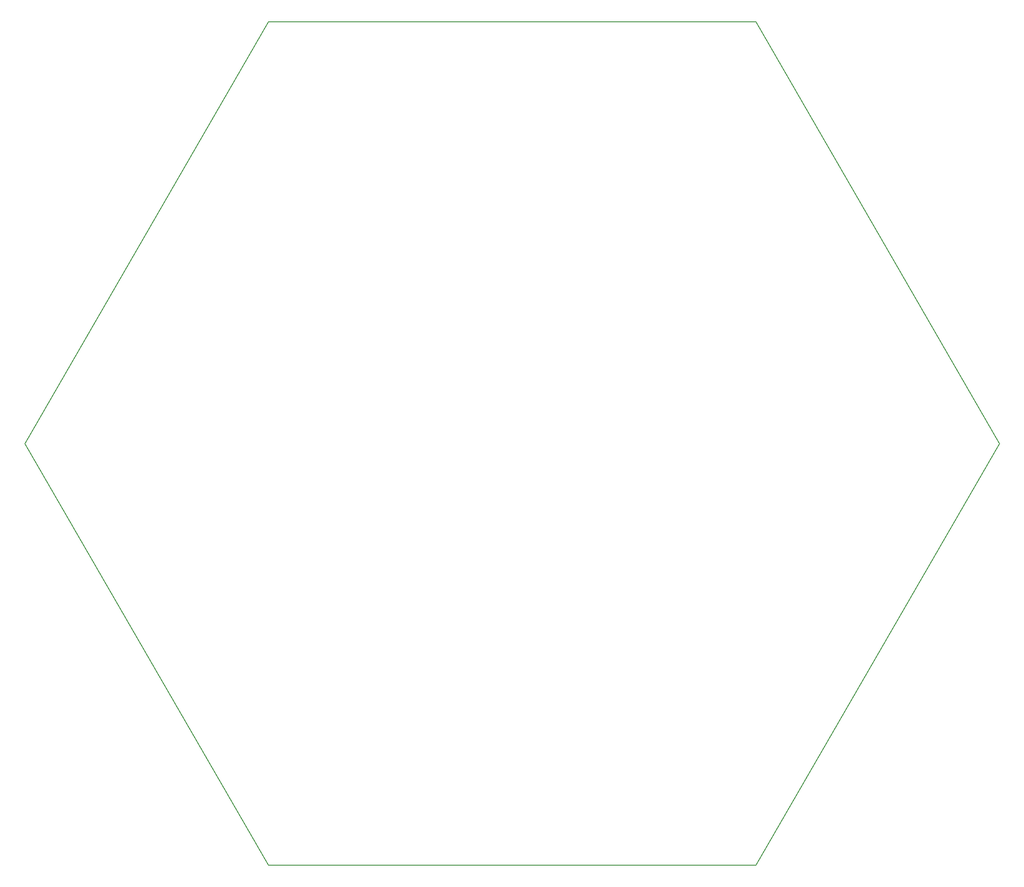
<source format=gbr>
G04 #@! TF.GenerationSoftware,KiCad,Pcbnew,5.1.4+dfsg1-1~bpo10+1*
G04 #@! TF.CreationDate,2019-09-28T19:59:17+02:00*
G04 #@! TF.ProjectId,hoorch,686f6f72-6368-42e6-9b69-6361645f7063,rev?*
G04 #@! TF.SameCoordinates,Original*
G04 #@! TF.FileFunction,Profile,NP*
%FSLAX46Y46*%
G04 Gerber Fmt 4.6, Leading zero omitted, Abs format (unit mm)*
G04 Created by KiCad (PCBNEW 5.1.4+dfsg1-1~bpo10+1) date 2019-09-28 19:59:17*
%MOMM*%
%LPD*%
G04 APERTURE LIST*
%ADD10C,0.200000*%
G04 APERTURE END LIST*
D10*
X68671389Y-17413712D02*
X161328610Y-17413712D01*
X207657221Y-97657222D02*
X161328610Y-177900730D01*
X22342774Y-97657220D02*
X68671389Y-17413712D01*
X161328610Y-17413712D02*
X207657221Y-97657222D01*
X68671387Y-177900730D02*
X22342774Y-97657220D01*
X161328610Y-177900730D02*
X68671387Y-177900730D01*
X68671389Y-17413712D02*
X68671389Y-17413712D01*
M02*

</source>
